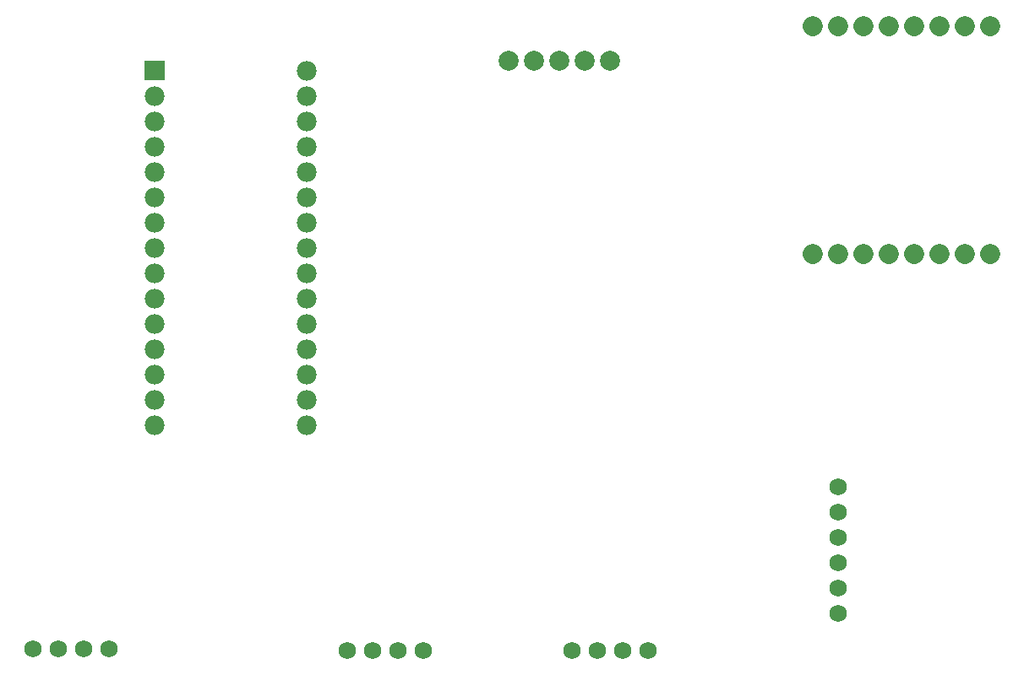
<source format=gbs>
G04 Layer: BottomSolderMaskLayer*
G04 EasyEDA v6.4.20.2, 2021-06-29T15:05:07+08:00*
G04 b87f47585f484af4903ce1153ceaecde,ce7df3decd3943efa2da757d0dc3e78d,10*
G04 Gerber Generator version 0.2*
G04 Scale: 100 percent, Rotated: No, Reflected: No *
G04 Dimensions in millimeters *
G04 leading zeros omitted , absolute positions ,4 integer and 5 decimal *
%FSLAX45Y45*%
%MOMM*%

%ADD23C,2.0320*%
%ADD24C,2.0322*%
%ADD25C,1.7272*%
%ADD26C,2.0032*%
%ADD28C,1.9812*%

%LPD*%
D23*
X9105900Y-4483089D02*
G01*
X9105900Y-4483110D01*
X10883900Y-2197110D02*
G01*
X10883900Y-2197089D01*
X10629900Y-2197110D02*
G01*
X10629900Y-2197089D01*
X10375900Y-2197110D02*
G01*
X10375900Y-2197089D01*
X10121900Y-2197110D02*
G01*
X10121900Y-2197089D01*
X9867900Y-2197110D02*
G01*
X9867900Y-2197089D01*
X9613900Y-2197110D02*
G01*
X9613900Y-2197089D01*
X9359900Y-2197110D02*
G01*
X9359900Y-2197089D01*
X9105900Y-2197110D02*
G01*
X9105900Y-2197089D01*
X10883900Y-4483089D02*
G01*
X10883900Y-4483110D01*
D24*
X10629900Y-4483100D02*
G01*
X10629900Y-4483100D01*
X10375900Y-4483100D02*
G01*
X10375900Y-4483100D01*
D23*
X10121900Y-4483089D02*
G01*
X10121900Y-4483110D01*
X9867900Y-4483089D02*
G01*
X9867900Y-4483110D01*
X9613900Y-4483089D02*
G01*
X9613900Y-4483110D01*
X9359900Y-4483089D02*
G01*
X9359900Y-4483110D01*
D25*
G01*
X9359900Y-8089900D03*
G01*
X9359900Y-7835900D03*
G01*
X9359900Y-7581900D03*
G01*
X9359900Y-7327900D03*
G01*
X9359900Y-7073900D03*
G01*
X9359900Y-6819900D03*
D26*
G01*
X6311900Y-2540000D03*
G01*
X6565900Y-2540000D03*
G01*
X6819900Y-2540000D03*
G01*
X7073900Y-2540000D03*
G01*
X6057900Y-2540000D03*
D25*
G01*
X6692900Y-8458200D03*
G01*
X6946900Y-8458200D03*
G01*
X7200900Y-8458200D03*
G01*
X7454900Y-8458200D03*
G01*
X4445000Y-8458200D03*
G01*
X4699000Y-8458200D03*
G01*
X4953000Y-8458200D03*
G01*
X5207000Y-8458200D03*
G01*
X1295400Y-8445500D03*
G01*
X1549400Y-8445500D03*
G01*
X1803400Y-8445500D03*
G01*
X2057400Y-8445500D03*
G36*
X2415540Y-2740660D02*
G01*
X2415540Y-2542539D01*
X2613659Y-2542539D01*
X2613659Y-2740660D01*
G37*
D28*
G01*
X2514600Y-2895600D03*
G01*
X2514600Y-3149600D03*
G01*
X2514600Y-3403600D03*
G01*
X2514600Y-3657600D03*
G01*
X2514600Y-3911600D03*
G01*
X2514600Y-4165600D03*
G01*
X2514600Y-4419600D03*
G01*
X2514600Y-4673600D03*
G01*
X2514600Y-4927600D03*
G01*
X2514600Y-5181600D03*
G01*
X2514600Y-5435600D03*
G01*
X2514600Y-5689600D03*
G01*
X2514600Y-5943600D03*
G01*
X2514600Y-6197600D03*
G01*
X4038600Y-2641600D03*
G01*
X4038600Y-2895600D03*
G01*
X4038600Y-3149600D03*
G01*
X4038600Y-3403600D03*
G01*
X4038600Y-3657600D03*
G01*
X4038600Y-3911600D03*
G01*
X4038600Y-4165600D03*
G01*
X4038600Y-4419600D03*
G01*
X4038600Y-4673600D03*
G01*
X4038600Y-4927600D03*
G01*
X4038600Y-5181600D03*
G01*
X4038600Y-5435600D03*
G01*
X4038600Y-5689600D03*
G01*
X4038600Y-5943600D03*
G01*
X4038600Y-6197600D03*
M02*

</source>
